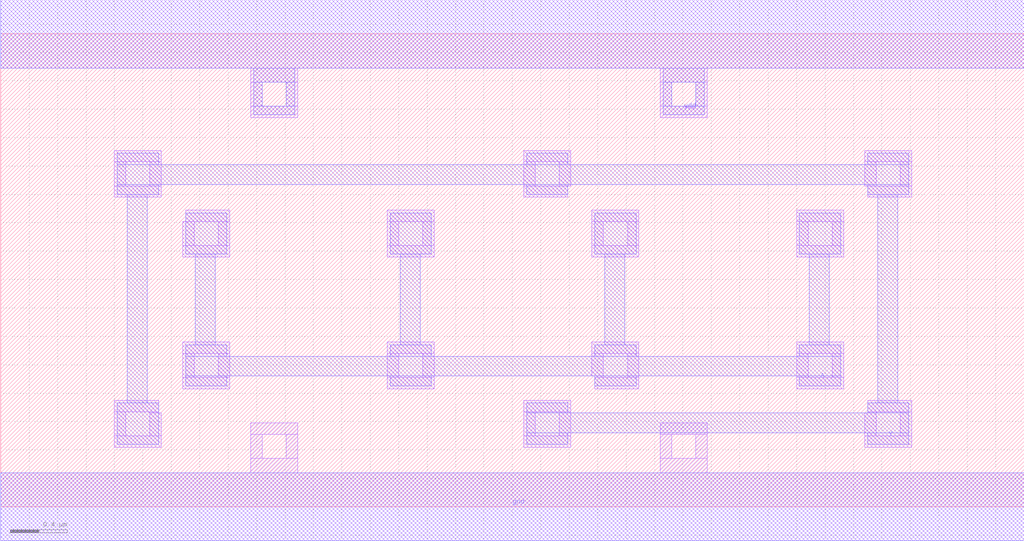
<source format=lef>
VERSION 5.7 ;
  NOWIREEXTENSIONATPIN ON ;
  DIVIDERCHAR "/" ;
  BUSBITCHARS "[]" ;
MACRO INVX8
  CLASS CORE ;
  FOREIGN INVX8 ;
  ORIGIN 0.000 0.000 ;
  SIZE 7.200 BY 3.330 ;
  SYMMETRY X Y R90 ;
  SITE unit ;
  PIN vdd
    DIRECTION INOUT ;
    USE POWER ;
    SHAPE ABUTMENT ;
    PORT
      LAYER met1 ;
        RECT 0.000 3.090 7.200 3.570 ;
        RECT 1.780 2.990 2.070 3.090 ;
        RECT 1.780 2.820 1.840 2.990 ;
        RECT 2.010 2.820 2.070 2.990 ;
        RECT 1.780 2.760 2.070 2.820 ;
        RECT 4.660 2.990 4.950 3.090 ;
        RECT 4.660 2.820 4.720 2.990 ;
        RECT 4.890 2.820 4.950 2.990 ;
        RECT 4.660 2.760 4.950 2.820 ;
    END
    PORT
      LAYER li1 ;
        RECT 0.000 3.090 7.200 3.570 ;
        RECT 1.760 2.990 2.090 3.090 ;
        RECT 1.760 2.820 1.840 2.990 ;
        RECT 2.010 2.820 2.090 2.990 ;
        RECT 1.760 2.740 2.090 2.820 ;
        RECT 4.640 2.990 4.970 3.090 ;
        RECT 4.640 2.820 4.720 2.990 ;
        RECT 4.890 2.820 4.970 2.990 ;
        RECT 4.640 2.740 4.970 2.820 ;
    END
  END vdd
  PIN gnd
    DIRECTION INOUT ;
    USE GROUND ;
    SHAPE ABUTMENT ;
    PORT
      LAYER met1 ;
        RECT 0.000 -0.240 7.200 0.240 ;
    END
    PORT
      LAYER li1 ;
        RECT 1.760 0.510 2.090 0.590 ;
        RECT 1.760 0.340 1.840 0.510 ;
        RECT 2.010 0.340 2.090 0.510 ;
        RECT 1.760 0.240 2.090 0.340 ;
        RECT 4.640 0.510 4.970 0.590 ;
        RECT 4.640 0.340 4.720 0.510 ;
        RECT 4.890 0.340 4.970 0.510 ;
        RECT 4.640 0.240 4.970 0.340 ;
        RECT 0.000 -0.240 7.200 0.240 ;
    END
  END gnd
  PIN Y
    DIRECTION INOUT ;
    USE SIGNAL ;
    SHAPE ABUTMENT ;
    PORT
      LAYER met1 ;
        RECT 0.820 2.410 1.110 2.490 ;
        RECT 3.700 2.410 3.990 2.490 ;
        RECT 6.100 2.410 6.390 2.490 ;
        RECT 0.820 2.270 6.390 2.410 ;
        RECT 0.820 2.200 1.110 2.270 ;
        RECT 3.700 2.200 3.990 2.270 ;
        RECT 6.100 2.200 6.390 2.270 ;
        RECT 0.890 0.730 1.030 2.200 ;
        RECT 6.170 0.730 6.310 2.200 ;
        RECT 0.820 0.440 1.110 0.730 ;
        RECT 3.700 0.660 3.990 0.730 ;
        RECT 6.100 0.660 6.390 0.730 ;
        RECT 3.700 0.520 6.390 0.660 ;
        RECT 3.700 0.440 3.990 0.520 ;
        RECT 6.100 0.440 6.390 0.520 ;
    END
  END Y
  PIN A
    DIRECTION INOUT ;
    USE SIGNAL ;
    SHAPE ABUTMENT ;
    PORT
      LAYER met1 ;
        RECT 1.300 1.780 1.590 2.070 ;
        RECT 2.740 1.780 3.030 2.070 ;
        RECT 4.180 1.780 4.470 2.070 ;
        RECT 5.620 1.780 5.910 2.070 ;
        RECT 1.370 1.140 1.510 1.780 ;
        RECT 2.810 1.140 2.950 1.780 ;
        RECT 4.250 1.140 4.390 1.780 ;
        RECT 5.690 1.140 5.830 1.780 ;
        RECT 1.300 1.060 1.590 1.140 ;
        RECT 2.740 1.060 3.030 1.140 ;
        RECT 4.180 1.060 4.470 1.140 ;
        RECT 5.620 1.060 5.910 1.140 ;
        RECT 1.300 0.920 5.910 1.060 ;
        RECT 1.300 0.850 1.590 0.920 ;
        RECT 2.740 0.850 3.030 0.920 ;
        RECT 4.180 0.850 4.470 0.920 ;
        RECT 5.620 0.850 5.910 0.920 ;
    END
  END A
  OBS
      LAYER li1 ;
        RECT 0.800 2.430 1.130 2.510 ;
        RECT 0.800 2.260 0.880 2.430 ;
        RECT 1.050 2.260 1.130 2.430 ;
        RECT 0.800 2.180 1.130 2.260 ;
        RECT 3.680 2.430 4.010 2.510 ;
        RECT 3.680 2.260 3.760 2.430 ;
        RECT 3.930 2.260 4.010 2.430 ;
        RECT 6.080 2.430 6.410 2.510 ;
        RECT 6.080 2.260 6.160 2.430 ;
        RECT 6.330 2.260 6.410 2.430 ;
        RECT 3.680 2.180 3.990 2.260 ;
        RECT 6.100 2.180 6.410 2.260 ;
        RECT 1.300 2.010 1.610 2.090 ;
        RECT 1.280 1.840 1.360 2.010 ;
        RECT 1.530 1.840 1.610 2.010 ;
        RECT 1.280 1.760 1.610 1.840 ;
        RECT 2.720 2.010 3.050 2.090 ;
        RECT 2.720 1.840 2.800 2.010 ;
        RECT 2.970 1.840 3.050 2.010 ;
        RECT 2.720 1.760 3.050 1.840 ;
        RECT 4.160 2.010 4.490 2.090 ;
        RECT 4.160 1.840 4.240 2.010 ;
        RECT 4.410 1.840 4.490 2.010 ;
        RECT 4.160 1.760 4.490 1.840 ;
        RECT 5.600 2.010 5.930 2.090 ;
        RECT 5.600 1.840 5.680 2.010 ;
        RECT 5.850 1.840 5.930 2.010 ;
        RECT 5.600 1.760 5.930 1.840 ;
        RECT 1.280 1.080 1.610 1.160 ;
        RECT 1.280 0.910 1.360 1.080 ;
        RECT 1.530 0.910 1.610 1.080 ;
        RECT 1.280 0.830 1.610 0.910 ;
        RECT 2.720 1.080 3.050 1.160 ;
        RECT 2.720 0.910 2.800 1.080 ;
        RECT 2.970 0.910 3.050 1.080 ;
        RECT 4.160 1.080 4.490 1.160 ;
        RECT 4.160 0.920 4.240 1.080 ;
        RECT 2.720 0.830 3.050 0.910 ;
        RECT 4.180 0.910 4.240 0.920 ;
        RECT 4.410 0.910 4.490 1.080 ;
        RECT 4.180 0.830 4.490 0.910 ;
        RECT 5.600 1.080 5.930 1.160 ;
        RECT 5.600 0.910 5.680 1.080 ;
        RECT 5.850 0.910 5.930 1.080 ;
        RECT 5.600 0.830 5.930 0.910 ;
        RECT 0.800 0.670 1.110 0.750 ;
        RECT 0.800 0.500 0.880 0.670 ;
        RECT 1.050 0.660 1.110 0.670 ;
        RECT 3.680 0.670 4.010 0.750 ;
        RECT 1.050 0.500 1.130 0.660 ;
        RECT 0.800 0.420 1.130 0.500 ;
        RECT 3.680 0.500 3.760 0.670 ;
        RECT 3.930 0.500 4.010 0.670 ;
        RECT 6.100 0.670 6.410 0.750 ;
        RECT 6.100 0.660 6.160 0.670 ;
        RECT 3.680 0.420 4.010 0.500 ;
        RECT 6.080 0.500 6.160 0.660 ;
        RECT 6.330 0.500 6.410 0.670 ;
        RECT 6.080 0.420 6.410 0.500 ;
  END
END INVX8
END LIBRARY


</source>
